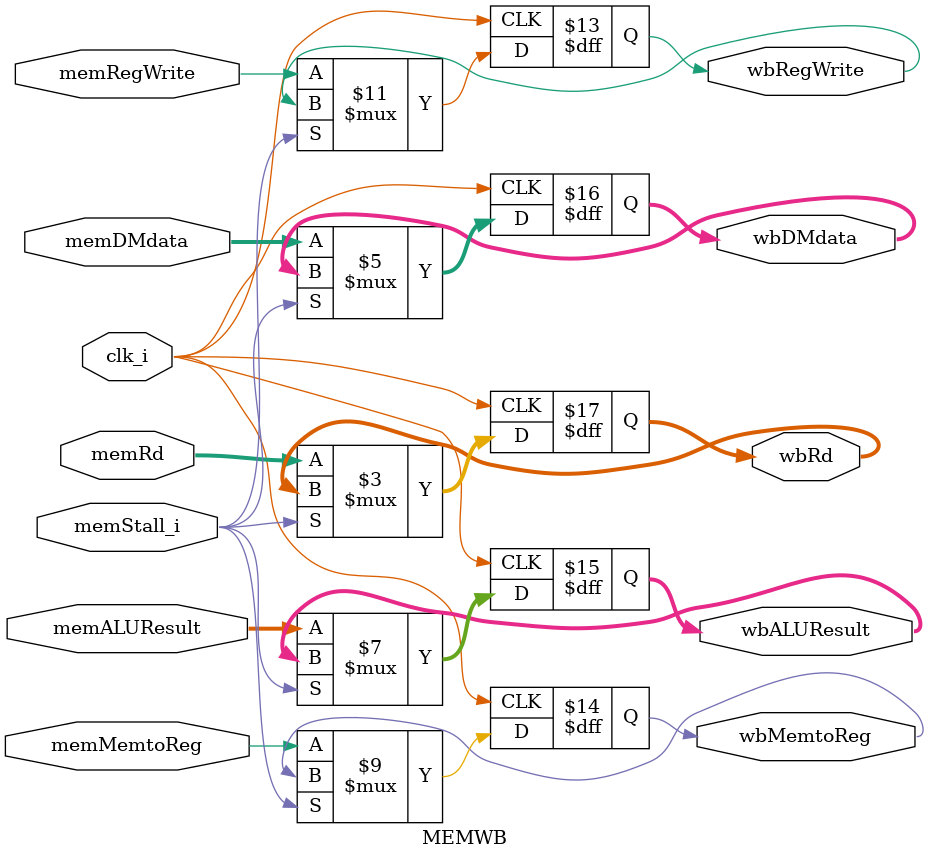
<source format=v>
module MEMWB(
    clk_i, memStall_i,
    memRegWrite, memMemtoReg, memALUResult, memDMdata, memRd,
    wbRegWrite,wbMemtoReg,wbALUResult, wbRd, wbDMdata
);
input clk_i;
input memRegWrite, memMemtoReg, memStall_i;
input [31:0] memALUResult, memDMdata;
input [4:0] memRd;
output reg wbRegWrite, wbMemtoReg;
output reg [31:0] wbALUResult, wbDMdata;
output reg [4:0] wbRd;
always @(posedge clk_i)begin
    if (~memStall_i) begin
        wbRegWrite <= memRegWrite;
        wbMemtoReg <= memMemtoReg;
        wbALUResult <= memALUResult;
        wbDMdata <= memDMdata;
        wbRd <= memRd;
    end
end
endmodule

</source>
